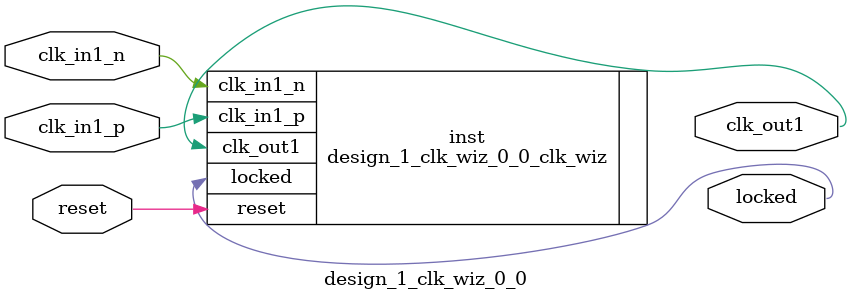
<source format=v>


`timescale 1ps/1ps

(* CORE_GENERATION_INFO = "design_1_clk_wiz_0_0,clk_wiz_v6_0_5_0_0,{component_name=design_1_clk_wiz_0_0,use_phase_alignment=true,use_min_o_jitter=false,use_max_i_jitter=false,use_dyn_phase_shift=false,use_inclk_switchover=false,use_dyn_reconfig=false,enable_axi=0,feedback_source=FDBK_AUTO,PRIMITIVE=MMCM,num_out_clk=1,clkin1_period=5.000,clkin2_period=10.0,use_power_down=false,use_reset=true,use_locked=true,use_inclk_stopped=false,feedback_type=SINGLE,CLOCK_MGR_TYPE=NA,manual_override=false}" *)

module design_1_clk_wiz_0_0 
 (
  // Clock out ports
  output        clk_out1,
  // Status and control signals
  input         reset,
  output        locked,
 // Clock in ports
  input         clk_in1_p,
  input         clk_in1_n
 );

  design_1_clk_wiz_0_0_clk_wiz inst
  (
  // Clock out ports  
  .clk_out1(clk_out1),
  // Status and control signals               
  .reset(reset), 
  .locked(locked),
 // Clock in ports
  .clk_in1_p(clk_in1_p),
  .clk_in1_n(clk_in1_n)
  );

endmodule

</source>
